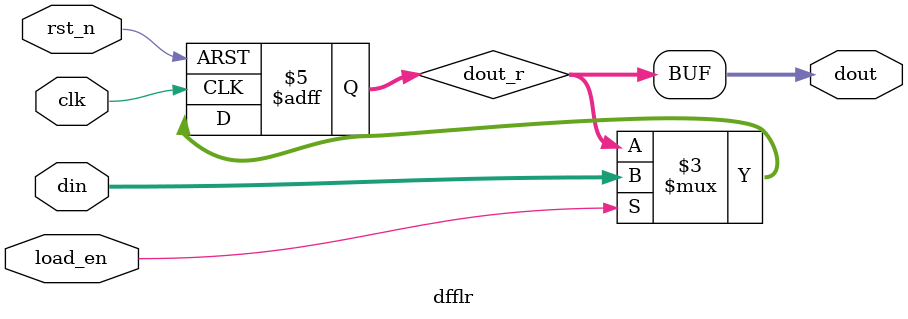
<source format=v>
module dfflr #(
  parameter DW = 8
) (
  input           clk,
  input           rst_n,
  input           load_en,
  input  [DW-1:0] din,
  output [DW-1:0] dout
);

reg [DW-1:0] dout_r;
always @(posedge clk or negedge rst_n)
begin
  if (!rst_n)
    dout_r <= {DW{1'b0}};
  else 
    if (load_en)
      dout_r <= din;
end

assign dout = dout_r;

endmodule

</source>
